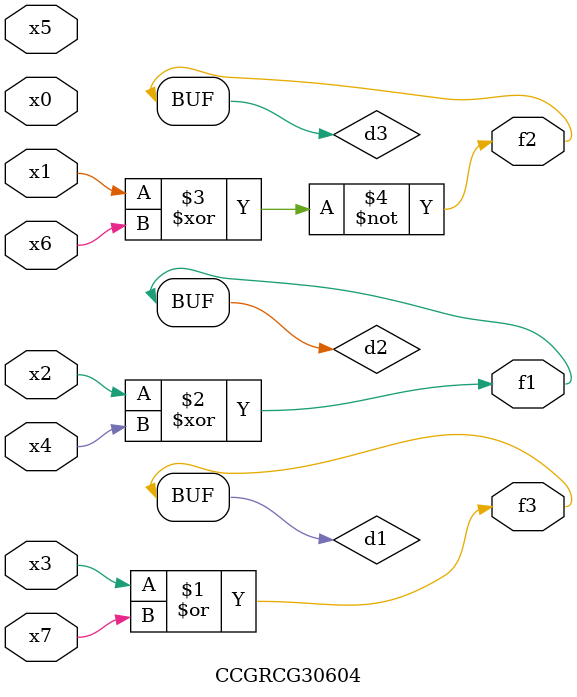
<source format=v>
module CCGRCG30604(
	input x0, x1, x2, x3, x4, x5, x6, x7,
	output f1, f2, f3
);

	wire d1, d2, d3;

	or (d1, x3, x7);
	xor (d2, x2, x4);
	xnor (d3, x1, x6);
	assign f1 = d2;
	assign f2 = d3;
	assign f3 = d1;
endmodule

</source>
